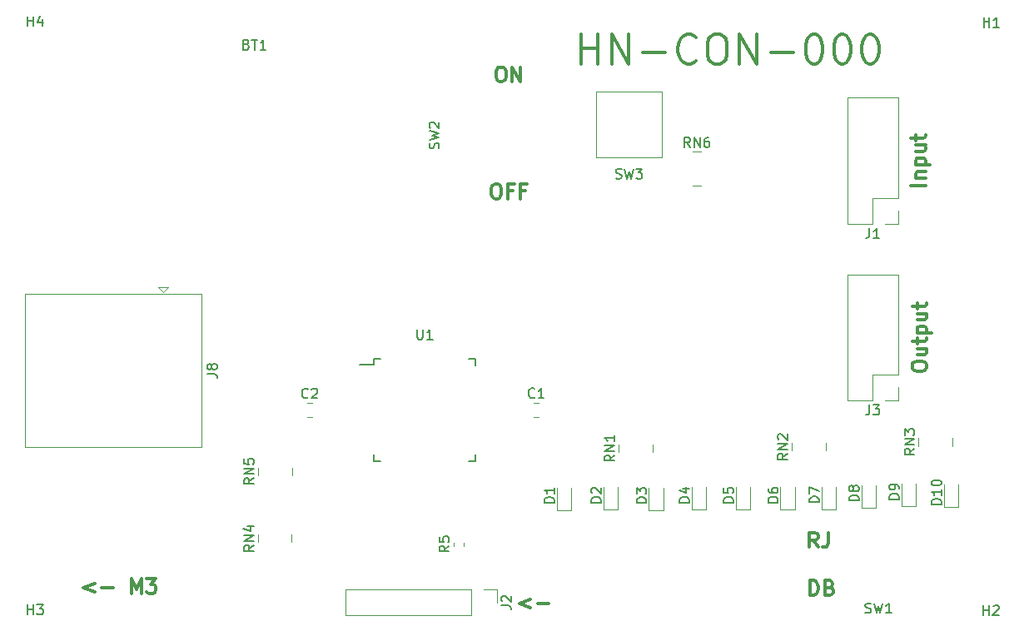
<source format=gbr>
G04 #@! TF.GenerationSoftware,KiCad,Pcbnew,(5.1.5)-3*
G04 #@! TF.CreationDate,2020-07-03T21:50:41-07:00*
G04 #@! TF.ProjectId,pic18f_DB_Ethernet,70696331-3866-45f4-9442-5f4574686572,rev?*
G04 #@! TF.SameCoordinates,Original*
G04 #@! TF.FileFunction,Legend,Top*
G04 #@! TF.FilePolarity,Positive*
%FSLAX46Y46*%
G04 Gerber Fmt 4.6, Leading zero omitted, Abs format (unit mm)*
G04 Created by KiCad (PCBNEW (5.1.5)-3) date 2020-07-03 21:50:41*
%MOMM*%
%LPD*%
G04 APERTURE LIST*
%ADD10C,0.300000*%
%ADD11C,0.120000*%
%ADD12C,0.150000*%
G04 APERTURE END LIST*
D10*
X107418571Y-143417171D02*
X106275714Y-143845742D01*
X107418571Y-144274314D01*
X108132857Y-143845742D02*
X109275714Y-143845742D01*
X111132857Y-144417171D02*
X111132857Y-142917171D01*
X111632857Y-143988600D01*
X112132857Y-142917171D01*
X112132857Y-144417171D01*
X112704285Y-142917171D02*
X113632857Y-142917171D01*
X113132857Y-143488600D01*
X113347142Y-143488600D01*
X113490000Y-143560028D01*
X113561428Y-143631457D01*
X113632857Y-143774314D01*
X113632857Y-144131457D01*
X113561428Y-144274314D01*
X113490000Y-144345742D01*
X113347142Y-144417171D01*
X112918571Y-144417171D01*
X112775714Y-144345742D01*
X112704285Y-144274314D01*
X191889771Y-102921285D02*
X190389771Y-102921285D01*
X190889771Y-102207000D02*
X191889771Y-102207000D01*
X191032628Y-102207000D02*
X190961200Y-102135571D01*
X190889771Y-101992714D01*
X190889771Y-101778428D01*
X190961200Y-101635571D01*
X191104057Y-101564142D01*
X191889771Y-101564142D01*
X190889771Y-100849857D02*
X192389771Y-100849857D01*
X190961200Y-100849857D02*
X190889771Y-100707000D01*
X190889771Y-100421285D01*
X190961200Y-100278428D01*
X191032628Y-100207000D01*
X191175485Y-100135571D01*
X191604057Y-100135571D01*
X191746914Y-100207000D01*
X191818342Y-100278428D01*
X191889771Y-100421285D01*
X191889771Y-100707000D01*
X191818342Y-100849857D01*
X190889771Y-98849857D02*
X191889771Y-98849857D01*
X190889771Y-99492714D02*
X191675485Y-99492714D01*
X191818342Y-99421285D01*
X191889771Y-99278428D01*
X191889771Y-99064142D01*
X191818342Y-98921285D01*
X191746914Y-98849857D01*
X190889771Y-98349857D02*
X190889771Y-97778428D01*
X190389771Y-98135571D02*
X191675485Y-98135571D01*
X191818342Y-98064142D01*
X191889771Y-97921285D01*
X191889771Y-97778428D01*
X190542171Y-121463214D02*
X190542171Y-121177500D01*
X190613600Y-121034642D01*
X190756457Y-120891785D01*
X191042171Y-120820357D01*
X191542171Y-120820357D01*
X191827885Y-120891785D01*
X191970742Y-121034642D01*
X192042171Y-121177500D01*
X192042171Y-121463214D01*
X191970742Y-121606071D01*
X191827885Y-121748928D01*
X191542171Y-121820357D01*
X191042171Y-121820357D01*
X190756457Y-121748928D01*
X190613600Y-121606071D01*
X190542171Y-121463214D01*
X191042171Y-119534642D02*
X192042171Y-119534642D01*
X191042171Y-120177500D02*
X191827885Y-120177500D01*
X191970742Y-120106071D01*
X192042171Y-119963214D01*
X192042171Y-119748928D01*
X191970742Y-119606071D01*
X191899314Y-119534642D01*
X191042171Y-119034642D02*
X191042171Y-118463214D01*
X190542171Y-118820357D02*
X191827885Y-118820357D01*
X191970742Y-118748928D01*
X192042171Y-118606071D01*
X192042171Y-118463214D01*
X191042171Y-117963214D02*
X192542171Y-117963214D01*
X191113600Y-117963214D02*
X191042171Y-117820357D01*
X191042171Y-117534642D01*
X191113600Y-117391785D01*
X191185028Y-117320357D01*
X191327885Y-117248928D01*
X191756457Y-117248928D01*
X191899314Y-117320357D01*
X191970742Y-117391785D01*
X192042171Y-117534642D01*
X192042171Y-117820357D01*
X191970742Y-117963214D01*
X191042171Y-115963214D02*
X192042171Y-115963214D01*
X191042171Y-116606071D02*
X191827885Y-116606071D01*
X191970742Y-116534642D01*
X192042171Y-116391785D01*
X192042171Y-116177500D01*
X191970742Y-116034642D01*
X191899314Y-115963214D01*
X191042171Y-115463214D02*
X191042171Y-114891785D01*
X190542171Y-115248928D02*
X191827885Y-115248928D01*
X191970742Y-115177500D01*
X192042171Y-115034642D01*
X192042171Y-114891785D01*
X148126628Y-102785171D02*
X148412342Y-102785171D01*
X148555200Y-102856600D01*
X148698057Y-102999457D01*
X148769485Y-103285171D01*
X148769485Y-103785171D01*
X148698057Y-104070885D01*
X148555200Y-104213742D01*
X148412342Y-104285171D01*
X148126628Y-104285171D01*
X147983771Y-104213742D01*
X147840914Y-104070885D01*
X147769485Y-103785171D01*
X147769485Y-103285171D01*
X147840914Y-102999457D01*
X147983771Y-102856600D01*
X148126628Y-102785171D01*
X149912342Y-103499457D02*
X149412342Y-103499457D01*
X149412342Y-104285171D02*
X149412342Y-102785171D01*
X150126628Y-102785171D01*
X151198057Y-103499457D02*
X150698057Y-103499457D01*
X150698057Y-104285171D02*
X150698057Y-102785171D01*
X151412342Y-102785171D01*
X148575828Y-90897971D02*
X148861542Y-90897971D01*
X149004400Y-90969400D01*
X149147257Y-91112257D01*
X149218685Y-91397971D01*
X149218685Y-91897971D01*
X149147257Y-92183685D01*
X149004400Y-92326542D01*
X148861542Y-92397971D01*
X148575828Y-92397971D01*
X148432971Y-92326542D01*
X148290114Y-92183685D01*
X148218685Y-91897971D01*
X148218685Y-91397971D01*
X148290114Y-91112257D01*
X148432971Y-90969400D01*
X148575828Y-90897971D01*
X149861542Y-92397971D02*
X149861542Y-90897971D01*
X150718685Y-92397971D01*
X150718685Y-90897971D01*
X180162342Y-144620371D02*
X180162342Y-143120371D01*
X180519485Y-143120371D01*
X180733771Y-143191800D01*
X180876628Y-143334657D01*
X180948057Y-143477514D01*
X181019485Y-143763228D01*
X181019485Y-143977514D01*
X180948057Y-144263228D01*
X180876628Y-144406085D01*
X180733771Y-144548942D01*
X180519485Y-144620371D01*
X180162342Y-144620371D01*
X182162342Y-143834657D02*
X182376628Y-143906085D01*
X182448057Y-143977514D01*
X182519485Y-144120371D01*
X182519485Y-144334657D01*
X182448057Y-144477514D01*
X182376628Y-144548942D01*
X182233771Y-144620371D01*
X181662342Y-144620371D01*
X181662342Y-143120371D01*
X182162342Y-143120371D01*
X182305200Y-143191800D01*
X182376628Y-143263228D01*
X182448057Y-143406085D01*
X182448057Y-143548942D01*
X182376628Y-143691800D01*
X182305200Y-143763228D01*
X182162342Y-143834657D01*
X181662342Y-143834657D01*
X180969457Y-139743571D02*
X180469457Y-139029285D01*
X180112314Y-139743571D02*
X180112314Y-138243571D01*
X180683742Y-138243571D01*
X180826600Y-138315000D01*
X180898028Y-138386428D01*
X180969457Y-138529285D01*
X180969457Y-138743571D01*
X180898028Y-138886428D01*
X180826600Y-138957857D01*
X180683742Y-139029285D01*
X180112314Y-139029285D01*
X182040885Y-138243571D02*
X182040885Y-139315000D01*
X181969457Y-139529285D01*
X181826600Y-139672142D01*
X181612314Y-139743571D01*
X181469457Y-139743571D01*
X151738057Y-145068171D02*
X150595200Y-145496742D01*
X151738057Y-145925314D01*
X152452342Y-145496742D02*
X153595200Y-145496742D01*
X156861171Y-90587342D02*
X156861171Y-87587342D01*
X156861171Y-89015914D02*
X158575457Y-89015914D01*
X158575457Y-90587342D02*
X158575457Y-87587342D01*
X160004028Y-90587342D02*
X160004028Y-87587342D01*
X161718314Y-90587342D01*
X161718314Y-87587342D01*
X163146885Y-89444485D02*
X165432600Y-89444485D01*
X168575457Y-90301628D02*
X168432600Y-90444485D01*
X168004028Y-90587342D01*
X167718314Y-90587342D01*
X167289742Y-90444485D01*
X167004028Y-90158771D01*
X166861171Y-89873057D01*
X166718314Y-89301628D01*
X166718314Y-88873057D01*
X166861171Y-88301628D01*
X167004028Y-88015914D01*
X167289742Y-87730200D01*
X167718314Y-87587342D01*
X168004028Y-87587342D01*
X168432600Y-87730200D01*
X168575457Y-87873057D01*
X170432600Y-87587342D02*
X171004028Y-87587342D01*
X171289742Y-87730200D01*
X171575457Y-88015914D01*
X171718314Y-88587342D01*
X171718314Y-89587342D01*
X171575457Y-90158771D01*
X171289742Y-90444485D01*
X171004028Y-90587342D01*
X170432600Y-90587342D01*
X170146885Y-90444485D01*
X169861171Y-90158771D01*
X169718314Y-89587342D01*
X169718314Y-88587342D01*
X169861171Y-88015914D01*
X170146885Y-87730200D01*
X170432600Y-87587342D01*
X173004028Y-90587342D02*
X173004028Y-87587342D01*
X174718314Y-90587342D01*
X174718314Y-87587342D01*
X176146885Y-89444485D02*
X178432600Y-89444485D01*
X180432600Y-87587342D02*
X180718314Y-87587342D01*
X181004028Y-87730200D01*
X181146885Y-87873057D01*
X181289742Y-88158771D01*
X181432600Y-88730200D01*
X181432600Y-89444485D01*
X181289742Y-90015914D01*
X181146885Y-90301628D01*
X181004028Y-90444485D01*
X180718314Y-90587342D01*
X180432600Y-90587342D01*
X180146885Y-90444485D01*
X180004028Y-90301628D01*
X179861171Y-90015914D01*
X179718314Y-89444485D01*
X179718314Y-88730200D01*
X179861171Y-88158771D01*
X180004028Y-87873057D01*
X180146885Y-87730200D01*
X180432600Y-87587342D01*
X183289742Y-87587342D02*
X183575457Y-87587342D01*
X183861171Y-87730200D01*
X184004028Y-87873057D01*
X184146885Y-88158771D01*
X184289742Y-88730200D01*
X184289742Y-89444485D01*
X184146885Y-90015914D01*
X184004028Y-90301628D01*
X183861171Y-90444485D01*
X183575457Y-90587342D01*
X183289742Y-90587342D01*
X183004028Y-90444485D01*
X182861171Y-90301628D01*
X182718314Y-90015914D01*
X182575457Y-89444485D01*
X182575457Y-88730200D01*
X182718314Y-88158771D01*
X182861171Y-87873057D01*
X183004028Y-87730200D01*
X183289742Y-87587342D01*
X186146885Y-87587342D02*
X186432600Y-87587342D01*
X186718314Y-87730200D01*
X186861171Y-87873057D01*
X187004028Y-88158771D01*
X187146885Y-88730200D01*
X187146885Y-89444485D01*
X187004028Y-90015914D01*
X186861171Y-90301628D01*
X186718314Y-90444485D01*
X186432600Y-90587342D01*
X186146885Y-90587342D01*
X185861171Y-90444485D01*
X185718314Y-90301628D01*
X185575457Y-90015914D01*
X185432600Y-89444485D01*
X185432600Y-88730200D01*
X185575457Y-88158771D01*
X185718314Y-87873057D01*
X185861171Y-87730200D01*
X186146885Y-87587342D01*
D11*
X152062922Y-125045400D02*
X152580078Y-125045400D01*
X152062922Y-126465400D02*
X152580078Y-126465400D01*
X129004322Y-126490800D02*
X129521478Y-126490800D01*
X129004322Y-125070800D02*
X129521478Y-125070800D01*
X155852800Y-135952600D02*
X155852800Y-133667600D01*
X154382800Y-135952600D02*
X155852800Y-135952600D01*
X154382800Y-133667600D02*
X154382800Y-135952600D01*
X159158000Y-133642100D02*
X159158000Y-135927100D01*
X159158000Y-135927100D02*
X160628000Y-135927100D01*
X160628000Y-135927100D02*
X160628000Y-133642100D01*
X165225400Y-135978000D02*
X165225400Y-133693000D01*
X163755400Y-135978000D02*
X165225400Y-135978000D01*
X163755400Y-133693000D02*
X163755400Y-135978000D01*
X168124200Y-133642200D02*
X168124200Y-135927200D01*
X168124200Y-135927200D02*
X169594200Y-135927200D01*
X169594200Y-135927200D02*
X169594200Y-133642200D01*
X174090000Y-135927100D02*
X174090000Y-133642100D01*
X172620000Y-135927100D02*
X174090000Y-135927100D01*
X172620000Y-133642100D02*
X172620000Y-135927100D01*
X178611200Y-135927300D02*
X178611200Y-133642300D01*
X177141200Y-135927300D02*
X178611200Y-135927300D01*
X177141200Y-133642300D02*
X177141200Y-135927300D01*
X181332200Y-133616800D02*
X181332200Y-135901800D01*
X181332200Y-135901800D02*
X182802200Y-135901800D01*
X182802200Y-135901800D02*
X182802200Y-133616800D01*
X185370800Y-133464300D02*
X185370800Y-135749300D01*
X185370800Y-135749300D02*
X186840800Y-135749300D01*
X186840800Y-135749300D02*
X186840800Y-133464300D01*
X190930200Y-135596900D02*
X190930200Y-133311900D01*
X189460200Y-135596900D02*
X190930200Y-135596900D01*
X189460200Y-133311900D02*
X189460200Y-135596900D01*
X193752800Y-133362700D02*
X193752800Y-135647700D01*
X193752800Y-135647700D02*
X195222800Y-135647700D01*
X195222800Y-135647700D02*
X195222800Y-133362700D01*
X189137600Y-106841600D02*
X187807600Y-106841600D01*
X189137600Y-105511600D02*
X189137600Y-106841600D01*
X186537600Y-106841600D02*
X183937600Y-106841600D01*
X186537600Y-104241600D02*
X186537600Y-106841600D01*
X189137600Y-104241600D02*
X186537600Y-104241600D01*
X183937600Y-106841600D02*
X183937600Y-94021600D01*
X189137600Y-104241600D02*
X189137600Y-94021600D01*
X189137600Y-94021600D02*
X183937600Y-94021600D01*
X132934400Y-144008800D02*
X132934400Y-146668800D01*
X145694400Y-144008800D02*
X132934400Y-144008800D01*
X145694400Y-146668800D02*
X132934400Y-146668800D01*
X145694400Y-144008800D02*
X145694400Y-146668800D01*
X146964400Y-144008800D02*
X148294400Y-144008800D01*
X148294400Y-144008800D02*
X148294400Y-145338800D01*
X189137600Y-111992100D02*
X183937600Y-111992100D01*
X189137600Y-122212100D02*
X189137600Y-111992100D01*
X183937600Y-124812100D02*
X183937600Y-111992100D01*
X189137600Y-122212100D02*
X186537600Y-122212100D01*
X186537600Y-122212100D02*
X186537600Y-124812100D01*
X186537600Y-124812100D02*
X183937600Y-124812100D01*
X189137600Y-123482100D02*
X189137600Y-124812100D01*
X189137600Y-124812100D02*
X187807600Y-124812100D01*
X143914400Y-139583279D02*
X143914400Y-139257721D01*
X144934400Y-139583279D02*
X144934400Y-139257721D01*
X160713000Y-129267000D02*
X160713000Y-130067000D01*
X164153000Y-129267000D02*
X164153000Y-130067000D01*
X181736200Y-129126400D02*
X181736200Y-129926400D01*
X178296200Y-129126400D02*
X178296200Y-129926400D01*
X194639200Y-128620200D02*
X194639200Y-129420200D01*
X191199200Y-128620200D02*
X191199200Y-129420200D01*
D12*
X135795000Y-120605800D02*
X135795000Y-121205800D01*
X146145000Y-120605800D02*
X146145000Y-121275800D01*
X146145000Y-130955800D02*
X146145000Y-130285800D01*
X135795000Y-130955800D02*
X135795000Y-130285800D01*
X135795000Y-120605800D02*
X136465000Y-120605800D01*
X135795000Y-130955800D02*
X136465000Y-130955800D01*
X146145000Y-130955800D02*
X145475000Y-130955800D01*
X146145000Y-120605800D02*
X145475000Y-120605800D01*
X135795000Y-121205800D02*
X134320000Y-121205800D01*
D11*
X113901600Y-113322600D02*
X114401600Y-113822600D01*
X114901600Y-113322600D02*
X113901600Y-113322600D01*
X114401600Y-113822600D02*
X114901600Y-113322600D01*
X100321600Y-114007600D02*
X100321600Y-129527600D01*
X118281600Y-129527600D02*
X100321600Y-129527600D01*
X118281600Y-129527600D02*
X118281600Y-114007600D01*
X118281600Y-114007600D02*
X100321600Y-114007600D01*
X127456500Y-138437300D02*
X127456500Y-139237300D01*
X124016500Y-138437300D02*
X124016500Y-139237300D01*
X124028900Y-131630100D02*
X124028900Y-132430100D01*
X127468900Y-131630100D02*
X127468900Y-132430100D01*
X169044200Y-102932600D02*
X168244200Y-102932600D01*
X169044200Y-99492600D02*
X168244200Y-99492600D01*
X165097200Y-96723200D02*
X165097200Y-100073200D01*
X165097200Y-100073200D02*
X158397200Y-100073200D01*
X158397200Y-100073200D02*
X158397200Y-93373200D01*
X158397200Y-93373200D02*
X165097200Y-93373200D01*
X165097200Y-93373200D02*
X165097200Y-96723200D01*
D12*
X152154833Y-124462542D02*
X152107214Y-124510161D01*
X151964357Y-124557780D01*
X151869119Y-124557780D01*
X151726261Y-124510161D01*
X151631023Y-124414923D01*
X151583404Y-124319685D01*
X151535785Y-124129209D01*
X151535785Y-123986352D01*
X151583404Y-123795876D01*
X151631023Y-123700638D01*
X151726261Y-123605400D01*
X151869119Y-123557780D01*
X151964357Y-123557780D01*
X152107214Y-123605400D01*
X152154833Y-123653019D01*
X153107214Y-124557780D02*
X152535785Y-124557780D01*
X152821500Y-124557780D02*
X152821500Y-123557780D01*
X152726261Y-123700638D01*
X152631023Y-123795876D01*
X152535785Y-123843495D01*
X129096233Y-124487942D02*
X129048614Y-124535561D01*
X128905757Y-124583180D01*
X128810519Y-124583180D01*
X128667661Y-124535561D01*
X128572423Y-124440323D01*
X128524804Y-124345085D01*
X128477185Y-124154609D01*
X128477185Y-124011752D01*
X128524804Y-123821276D01*
X128572423Y-123726038D01*
X128667661Y-123630800D01*
X128810519Y-123583180D01*
X128905757Y-123583180D01*
X129048614Y-123630800D01*
X129096233Y-123678419D01*
X129477185Y-123678419D02*
X129524804Y-123630800D01*
X129620042Y-123583180D01*
X129858138Y-123583180D01*
X129953376Y-123630800D01*
X130000995Y-123678419D01*
X130048614Y-123773657D01*
X130048614Y-123868895D01*
X130000995Y-124011752D01*
X129429566Y-124583180D01*
X130048614Y-124583180D01*
X154140180Y-135205695D02*
X153140180Y-135205695D01*
X153140180Y-134967600D01*
X153187800Y-134824742D01*
X153283038Y-134729504D01*
X153378276Y-134681885D01*
X153568752Y-134634266D01*
X153711609Y-134634266D01*
X153902085Y-134681885D01*
X153997323Y-134729504D01*
X154092561Y-134824742D01*
X154140180Y-134967600D01*
X154140180Y-135205695D01*
X154140180Y-133681885D02*
X154140180Y-134253314D01*
X154140180Y-133967600D02*
X153140180Y-133967600D01*
X153283038Y-134062838D01*
X153378276Y-134158076D01*
X153425895Y-134253314D01*
X158915380Y-135180195D02*
X157915380Y-135180195D01*
X157915380Y-134942100D01*
X157963000Y-134799242D01*
X158058238Y-134704004D01*
X158153476Y-134656385D01*
X158343952Y-134608766D01*
X158486809Y-134608766D01*
X158677285Y-134656385D01*
X158772523Y-134704004D01*
X158867761Y-134799242D01*
X158915380Y-134942100D01*
X158915380Y-135180195D01*
X158010619Y-134227814D02*
X157963000Y-134180195D01*
X157915380Y-134084957D01*
X157915380Y-133846861D01*
X157963000Y-133751623D01*
X158010619Y-133704004D01*
X158105857Y-133656385D01*
X158201095Y-133656385D01*
X158343952Y-133704004D01*
X158915380Y-134275433D01*
X158915380Y-133656385D01*
X163512780Y-135231095D02*
X162512780Y-135231095D01*
X162512780Y-134993000D01*
X162560400Y-134850142D01*
X162655638Y-134754904D01*
X162750876Y-134707285D01*
X162941352Y-134659666D01*
X163084209Y-134659666D01*
X163274685Y-134707285D01*
X163369923Y-134754904D01*
X163465161Y-134850142D01*
X163512780Y-134993000D01*
X163512780Y-135231095D01*
X162512780Y-134326333D02*
X162512780Y-133707285D01*
X162893733Y-134040619D01*
X162893733Y-133897761D01*
X162941352Y-133802523D01*
X162988971Y-133754904D01*
X163084209Y-133707285D01*
X163322304Y-133707285D01*
X163417542Y-133754904D01*
X163465161Y-133802523D01*
X163512780Y-133897761D01*
X163512780Y-134183476D01*
X163465161Y-134278714D01*
X163417542Y-134326333D01*
X167881580Y-135180295D02*
X166881580Y-135180295D01*
X166881580Y-134942200D01*
X166929200Y-134799342D01*
X167024438Y-134704104D01*
X167119676Y-134656485D01*
X167310152Y-134608866D01*
X167453009Y-134608866D01*
X167643485Y-134656485D01*
X167738723Y-134704104D01*
X167833961Y-134799342D01*
X167881580Y-134942200D01*
X167881580Y-135180295D01*
X167214914Y-133751723D02*
X167881580Y-133751723D01*
X166833961Y-133989819D02*
X167548247Y-134227914D01*
X167548247Y-133608866D01*
X172377380Y-135180195D02*
X171377380Y-135180195D01*
X171377380Y-134942100D01*
X171425000Y-134799242D01*
X171520238Y-134704004D01*
X171615476Y-134656385D01*
X171805952Y-134608766D01*
X171948809Y-134608766D01*
X172139285Y-134656385D01*
X172234523Y-134704004D01*
X172329761Y-134799242D01*
X172377380Y-134942100D01*
X172377380Y-135180195D01*
X171377380Y-133704004D02*
X171377380Y-134180195D01*
X171853571Y-134227814D01*
X171805952Y-134180195D01*
X171758333Y-134084957D01*
X171758333Y-133846861D01*
X171805952Y-133751623D01*
X171853571Y-133704004D01*
X171948809Y-133656385D01*
X172186904Y-133656385D01*
X172282142Y-133704004D01*
X172329761Y-133751623D01*
X172377380Y-133846861D01*
X172377380Y-134084957D01*
X172329761Y-134180195D01*
X172282142Y-134227814D01*
X176898580Y-135180395D02*
X175898580Y-135180395D01*
X175898580Y-134942300D01*
X175946200Y-134799442D01*
X176041438Y-134704204D01*
X176136676Y-134656585D01*
X176327152Y-134608966D01*
X176470009Y-134608966D01*
X176660485Y-134656585D01*
X176755723Y-134704204D01*
X176850961Y-134799442D01*
X176898580Y-134942300D01*
X176898580Y-135180395D01*
X175898580Y-133751823D02*
X175898580Y-133942300D01*
X175946200Y-134037538D01*
X175993819Y-134085157D01*
X176136676Y-134180395D01*
X176327152Y-134228014D01*
X176708104Y-134228014D01*
X176803342Y-134180395D01*
X176850961Y-134132776D01*
X176898580Y-134037538D01*
X176898580Y-133847061D01*
X176850961Y-133751823D01*
X176803342Y-133704204D01*
X176708104Y-133656585D01*
X176470009Y-133656585D01*
X176374771Y-133704204D01*
X176327152Y-133751823D01*
X176279533Y-133847061D01*
X176279533Y-134037538D01*
X176327152Y-134132776D01*
X176374771Y-134180395D01*
X176470009Y-134228014D01*
X181089580Y-135154895D02*
X180089580Y-135154895D01*
X180089580Y-134916800D01*
X180137200Y-134773942D01*
X180232438Y-134678704D01*
X180327676Y-134631085D01*
X180518152Y-134583466D01*
X180661009Y-134583466D01*
X180851485Y-134631085D01*
X180946723Y-134678704D01*
X181041961Y-134773942D01*
X181089580Y-134916800D01*
X181089580Y-135154895D01*
X180089580Y-134250133D02*
X180089580Y-133583466D01*
X181089580Y-134012038D01*
X185128180Y-135002395D02*
X184128180Y-135002395D01*
X184128180Y-134764300D01*
X184175800Y-134621442D01*
X184271038Y-134526204D01*
X184366276Y-134478585D01*
X184556752Y-134430966D01*
X184699609Y-134430966D01*
X184890085Y-134478585D01*
X184985323Y-134526204D01*
X185080561Y-134621442D01*
X185128180Y-134764300D01*
X185128180Y-135002395D01*
X184556752Y-133859538D02*
X184509133Y-133954776D01*
X184461514Y-134002395D01*
X184366276Y-134050014D01*
X184318657Y-134050014D01*
X184223419Y-134002395D01*
X184175800Y-133954776D01*
X184128180Y-133859538D01*
X184128180Y-133669061D01*
X184175800Y-133573823D01*
X184223419Y-133526204D01*
X184318657Y-133478585D01*
X184366276Y-133478585D01*
X184461514Y-133526204D01*
X184509133Y-133573823D01*
X184556752Y-133669061D01*
X184556752Y-133859538D01*
X184604371Y-133954776D01*
X184651990Y-134002395D01*
X184747228Y-134050014D01*
X184937704Y-134050014D01*
X185032942Y-134002395D01*
X185080561Y-133954776D01*
X185128180Y-133859538D01*
X185128180Y-133669061D01*
X185080561Y-133573823D01*
X185032942Y-133526204D01*
X184937704Y-133478585D01*
X184747228Y-133478585D01*
X184651990Y-133526204D01*
X184604371Y-133573823D01*
X184556752Y-133669061D01*
X189217580Y-134849995D02*
X188217580Y-134849995D01*
X188217580Y-134611900D01*
X188265200Y-134469042D01*
X188360438Y-134373804D01*
X188455676Y-134326185D01*
X188646152Y-134278566D01*
X188789009Y-134278566D01*
X188979485Y-134326185D01*
X189074723Y-134373804D01*
X189169961Y-134469042D01*
X189217580Y-134611900D01*
X189217580Y-134849995D01*
X189217580Y-133802376D02*
X189217580Y-133611900D01*
X189169961Y-133516661D01*
X189122342Y-133469042D01*
X188979485Y-133373804D01*
X188789009Y-133326185D01*
X188408057Y-133326185D01*
X188312819Y-133373804D01*
X188265200Y-133421423D01*
X188217580Y-133516661D01*
X188217580Y-133707138D01*
X188265200Y-133802376D01*
X188312819Y-133849995D01*
X188408057Y-133897614D01*
X188646152Y-133897614D01*
X188741390Y-133849995D01*
X188789009Y-133802376D01*
X188836628Y-133707138D01*
X188836628Y-133516661D01*
X188789009Y-133421423D01*
X188741390Y-133373804D01*
X188646152Y-133326185D01*
X193510180Y-135376985D02*
X192510180Y-135376985D01*
X192510180Y-135138890D01*
X192557800Y-134996033D01*
X192653038Y-134900795D01*
X192748276Y-134853176D01*
X192938752Y-134805557D01*
X193081609Y-134805557D01*
X193272085Y-134853176D01*
X193367323Y-134900795D01*
X193462561Y-134996033D01*
X193510180Y-135138890D01*
X193510180Y-135376985D01*
X193510180Y-133853176D02*
X193510180Y-134424604D01*
X193510180Y-134138890D02*
X192510180Y-134138890D01*
X192653038Y-134234128D01*
X192748276Y-134329366D01*
X192795895Y-134424604D01*
X192510180Y-133234128D02*
X192510180Y-133138890D01*
X192557800Y-133043652D01*
X192605419Y-132996033D01*
X192700657Y-132948414D01*
X192891133Y-132900795D01*
X193129228Y-132900795D01*
X193319704Y-132948414D01*
X193414942Y-132996033D01*
X193462561Y-133043652D01*
X193510180Y-133138890D01*
X193510180Y-133234128D01*
X193462561Y-133329366D01*
X193414942Y-133376985D01*
X193319704Y-133424604D01*
X193129228Y-133472223D01*
X192891133Y-133472223D01*
X192700657Y-133424604D01*
X192605419Y-133376985D01*
X192557800Y-133329366D01*
X192510180Y-133234128D01*
X186204266Y-107293980D02*
X186204266Y-108008266D01*
X186156647Y-108151123D01*
X186061409Y-108246361D01*
X185918552Y-108293980D01*
X185823314Y-108293980D01*
X187204266Y-108293980D02*
X186632838Y-108293980D01*
X186918552Y-108293980D02*
X186918552Y-107293980D01*
X186823314Y-107436838D01*
X186728076Y-107532076D01*
X186632838Y-107579695D01*
X148746780Y-145672133D02*
X149461066Y-145672133D01*
X149603923Y-145719752D01*
X149699161Y-145814990D01*
X149746780Y-145957847D01*
X149746780Y-146053085D01*
X148842019Y-145243561D02*
X148794400Y-145195942D01*
X148746780Y-145100704D01*
X148746780Y-144862609D01*
X148794400Y-144767371D01*
X148842019Y-144719752D01*
X148937257Y-144672133D01*
X149032495Y-144672133D01*
X149175352Y-144719752D01*
X149746780Y-145291180D01*
X149746780Y-144672133D01*
X186204266Y-125264480D02*
X186204266Y-125978766D01*
X186156647Y-126121623D01*
X186061409Y-126216861D01*
X185918552Y-126264480D01*
X185823314Y-126264480D01*
X186585219Y-125264480D02*
X187204266Y-125264480D01*
X186870933Y-125645433D01*
X187013790Y-125645433D01*
X187109028Y-125693052D01*
X187156647Y-125740671D01*
X187204266Y-125835909D01*
X187204266Y-126074004D01*
X187156647Y-126169242D01*
X187109028Y-126216861D01*
X187013790Y-126264480D01*
X186728076Y-126264480D01*
X186632838Y-126216861D01*
X186585219Y-126169242D01*
X143446780Y-139587166D02*
X142970590Y-139920500D01*
X143446780Y-140158595D02*
X142446780Y-140158595D01*
X142446780Y-139777642D01*
X142494400Y-139682404D01*
X142542019Y-139634785D01*
X142637257Y-139587166D01*
X142780114Y-139587166D01*
X142875352Y-139634785D01*
X142922971Y-139682404D01*
X142970590Y-139777642D01*
X142970590Y-140158595D01*
X142446780Y-138682404D02*
X142446780Y-139158595D01*
X142922971Y-139206214D01*
X142875352Y-139158595D01*
X142827733Y-139063357D01*
X142827733Y-138825261D01*
X142875352Y-138730023D01*
X142922971Y-138682404D01*
X143018209Y-138634785D01*
X143256304Y-138634785D01*
X143351542Y-138682404D01*
X143399161Y-138730023D01*
X143446780Y-138825261D01*
X143446780Y-139063357D01*
X143399161Y-139158595D01*
X143351542Y-139206214D01*
X160285380Y-130357476D02*
X159809190Y-130690809D01*
X160285380Y-130928904D02*
X159285380Y-130928904D01*
X159285380Y-130547952D01*
X159333000Y-130452714D01*
X159380619Y-130405095D01*
X159475857Y-130357476D01*
X159618714Y-130357476D01*
X159713952Y-130405095D01*
X159761571Y-130452714D01*
X159809190Y-130547952D01*
X159809190Y-130928904D01*
X160285380Y-129928904D02*
X159285380Y-129928904D01*
X160285380Y-129357476D01*
X159285380Y-129357476D01*
X160285380Y-128357476D02*
X160285380Y-128928904D01*
X160285380Y-128643190D02*
X159285380Y-128643190D01*
X159428238Y-128738428D01*
X159523476Y-128833666D01*
X159571095Y-128928904D01*
X177868580Y-130216876D02*
X177392390Y-130550209D01*
X177868580Y-130788304D02*
X176868580Y-130788304D01*
X176868580Y-130407352D01*
X176916200Y-130312114D01*
X176963819Y-130264495D01*
X177059057Y-130216876D01*
X177201914Y-130216876D01*
X177297152Y-130264495D01*
X177344771Y-130312114D01*
X177392390Y-130407352D01*
X177392390Y-130788304D01*
X177868580Y-129788304D02*
X176868580Y-129788304D01*
X177868580Y-129216876D01*
X176868580Y-129216876D01*
X176963819Y-128788304D02*
X176916200Y-128740685D01*
X176868580Y-128645447D01*
X176868580Y-128407352D01*
X176916200Y-128312114D01*
X176963819Y-128264495D01*
X177059057Y-128216876D01*
X177154295Y-128216876D01*
X177297152Y-128264495D01*
X177868580Y-128835923D01*
X177868580Y-128216876D01*
X190771580Y-129710676D02*
X190295390Y-130044009D01*
X190771580Y-130282104D02*
X189771580Y-130282104D01*
X189771580Y-129901152D01*
X189819200Y-129805914D01*
X189866819Y-129758295D01*
X189962057Y-129710676D01*
X190104914Y-129710676D01*
X190200152Y-129758295D01*
X190247771Y-129805914D01*
X190295390Y-129901152D01*
X190295390Y-130282104D01*
X190771580Y-129282104D02*
X189771580Y-129282104D01*
X190771580Y-128710676D01*
X189771580Y-128710676D01*
X189771580Y-128329723D02*
X189771580Y-127710676D01*
X190152533Y-128044009D01*
X190152533Y-127901152D01*
X190200152Y-127805914D01*
X190247771Y-127758295D01*
X190343009Y-127710676D01*
X190581104Y-127710676D01*
X190676342Y-127758295D01*
X190723961Y-127805914D01*
X190771580Y-127901152D01*
X190771580Y-128186866D01*
X190723961Y-128282104D01*
X190676342Y-128329723D01*
X140208095Y-117583180D02*
X140208095Y-118392704D01*
X140255714Y-118487942D01*
X140303333Y-118535561D01*
X140398571Y-118583180D01*
X140589047Y-118583180D01*
X140684285Y-118535561D01*
X140731904Y-118487942D01*
X140779523Y-118392704D01*
X140779523Y-117583180D01*
X141779523Y-118583180D02*
X141208095Y-118583180D01*
X141493809Y-118583180D02*
X141493809Y-117583180D01*
X141398571Y-117726038D01*
X141303333Y-117821276D01*
X141208095Y-117868895D01*
X122861485Y-88599971D02*
X123004342Y-88647590D01*
X123051961Y-88695209D01*
X123099580Y-88790447D01*
X123099580Y-88933304D01*
X123051961Y-89028542D01*
X123004342Y-89076161D01*
X122909104Y-89123780D01*
X122528152Y-89123780D01*
X122528152Y-88123780D01*
X122861485Y-88123780D01*
X122956723Y-88171400D01*
X123004342Y-88219019D01*
X123051961Y-88314257D01*
X123051961Y-88409495D01*
X123004342Y-88504733D01*
X122956723Y-88552352D01*
X122861485Y-88599971D01*
X122528152Y-88599971D01*
X123385295Y-88123780D02*
X123956723Y-88123780D01*
X123671009Y-89123780D02*
X123671009Y-88123780D01*
X124813866Y-89123780D02*
X124242438Y-89123780D01*
X124528152Y-89123780D02*
X124528152Y-88123780D01*
X124432914Y-88266638D01*
X124337676Y-88361876D01*
X124242438Y-88409495D01*
X185788466Y-146378561D02*
X185931323Y-146426180D01*
X186169419Y-146426180D01*
X186264657Y-146378561D01*
X186312276Y-146330942D01*
X186359895Y-146235704D01*
X186359895Y-146140466D01*
X186312276Y-146045228D01*
X186264657Y-145997609D01*
X186169419Y-145949990D01*
X185978942Y-145902371D01*
X185883704Y-145854752D01*
X185836085Y-145807133D01*
X185788466Y-145711895D01*
X185788466Y-145616657D01*
X185836085Y-145521419D01*
X185883704Y-145473800D01*
X185978942Y-145426180D01*
X186217038Y-145426180D01*
X186359895Y-145473800D01*
X186693228Y-145426180D02*
X186931323Y-146426180D01*
X187121800Y-145711895D01*
X187312276Y-146426180D01*
X187550371Y-145426180D01*
X188455133Y-146426180D02*
X187883704Y-146426180D01*
X188169419Y-146426180D02*
X188169419Y-145426180D01*
X188074180Y-145569038D01*
X187978942Y-145664276D01*
X187883704Y-145711895D01*
X142383961Y-99174133D02*
X142431580Y-99031276D01*
X142431580Y-98793180D01*
X142383961Y-98697942D01*
X142336342Y-98650323D01*
X142241104Y-98602704D01*
X142145866Y-98602704D01*
X142050628Y-98650323D01*
X142003009Y-98697942D01*
X141955390Y-98793180D01*
X141907771Y-98983657D01*
X141860152Y-99078895D01*
X141812533Y-99126514D01*
X141717295Y-99174133D01*
X141622057Y-99174133D01*
X141526819Y-99126514D01*
X141479200Y-99078895D01*
X141431580Y-98983657D01*
X141431580Y-98745561D01*
X141479200Y-98602704D01*
X141431580Y-98269371D02*
X142431580Y-98031276D01*
X141717295Y-97840800D01*
X142431580Y-97650323D01*
X141431580Y-97412228D01*
X141526819Y-97078895D02*
X141479200Y-97031276D01*
X141431580Y-96936038D01*
X141431580Y-96697942D01*
X141479200Y-96602704D01*
X141526819Y-96555085D01*
X141622057Y-96507466D01*
X141717295Y-96507466D01*
X141860152Y-96555085D01*
X142431580Y-97126514D01*
X142431580Y-96507466D01*
X197815295Y-86837780D02*
X197815295Y-85837780D01*
X197815295Y-86313971D02*
X198386723Y-86313971D01*
X198386723Y-86837780D02*
X198386723Y-85837780D01*
X199386723Y-86837780D02*
X198815295Y-86837780D01*
X199101009Y-86837780D02*
X199101009Y-85837780D01*
X199005771Y-85980638D01*
X198910533Y-86075876D01*
X198815295Y-86123495D01*
X197789895Y-146654780D02*
X197789895Y-145654780D01*
X197789895Y-146130971D02*
X198361323Y-146130971D01*
X198361323Y-146654780D02*
X198361323Y-145654780D01*
X198789895Y-145750019D02*
X198837514Y-145702400D01*
X198932752Y-145654780D01*
X199170847Y-145654780D01*
X199266085Y-145702400D01*
X199313704Y-145750019D01*
X199361323Y-145845257D01*
X199361323Y-145940495D01*
X199313704Y-146083352D01*
X198742276Y-146654780D01*
X199361323Y-146654780D01*
X100584095Y-146578580D02*
X100584095Y-145578580D01*
X100584095Y-146054771D02*
X101155523Y-146054771D01*
X101155523Y-146578580D02*
X101155523Y-145578580D01*
X101536476Y-145578580D02*
X102155523Y-145578580D01*
X101822190Y-145959533D01*
X101965047Y-145959533D01*
X102060285Y-146007152D01*
X102107904Y-146054771D01*
X102155523Y-146150009D01*
X102155523Y-146388104D01*
X102107904Y-146483342D01*
X102060285Y-146530961D01*
X101965047Y-146578580D01*
X101679333Y-146578580D01*
X101584095Y-146530961D01*
X101536476Y-146483342D01*
X100584095Y-86736180D02*
X100584095Y-85736180D01*
X100584095Y-86212371D02*
X101155523Y-86212371D01*
X101155523Y-86736180D02*
X101155523Y-85736180D01*
X102060285Y-86069514D02*
X102060285Y-86736180D01*
X101822190Y-85688561D02*
X101584095Y-86402847D01*
X102203142Y-86402847D01*
X118853980Y-122100933D02*
X119568266Y-122100933D01*
X119711123Y-122148552D01*
X119806361Y-122243790D01*
X119853980Y-122386647D01*
X119853980Y-122481885D01*
X119282552Y-121481885D02*
X119234933Y-121577123D01*
X119187314Y-121624742D01*
X119092076Y-121672361D01*
X119044457Y-121672361D01*
X118949219Y-121624742D01*
X118901600Y-121577123D01*
X118853980Y-121481885D01*
X118853980Y-121291409D01*
X118901600Y-121196171D01*
X118949219Y-121148552D01*
X119044457Y-121100933D01*
X119092076Y-121100933D01*
X119187314Y-121148552D01*
X119234933Y-121196171D01*
X119282552Y-121291409D01*
X119282552Y-121481885D01*
X119330171Y-121577123D01*
X119377790Y-121624742D01*
X119473028Y-121672361D01*
X119663504Y-121672361D01*
X119758742Y-121624742D01*
X119806361Y-121577123D01*
X119853980Y-121481885D01*
X119853980Y-121291409D01*
X119806361Y-121196171D01*
X119758742Y-121148552D01*
X119663504Y-121100933D01*
X119473028Y-121100933D01*
X119377790Y-121148552D01*
X119330171Y-121196171D01*
X119282552Y-121291409D01*
X123588880Y-139527776D02*
X123112690Y-139861109D01*
X123588880Y-140099204D02*
X122588880Y-140099204D01*
X122588880Y-139718252D01*
X122636500Y-139623014D01*
X122684119Y-139575395D01*
X122779357Y-139527776D01*
X122922214Y-139527776D01*
X123017452Y-139575395D01*
X123065071Y-139623014D01*
X123112690Y-139718252D01*
X123112690Y-140099204D01*
X123588880Y-139099204D02*
X122588880Y-139099204D01*
X123588880Y-138527776D01*
X122588880Y-138527776D01*
X122922214Y-137623014D02*
X123588880Y-137623014D01*
X122541261Y-137861109D02*
X123255547Y-138099204D01*
X123255547Y-137480157D01*
X123601280Y-132720576D02*
X123125090Y-133053909D01*
X123601280Y-133292004D02*
X122601280Y-133292004D01*
X122601280Y-132911052D01*
X122648900Y-132815814D01*
X122696519Y-132768195D01*
X122791757Y-132720576D01*
X122934614Y-132720576D01*
X123029852Y-132768195D01*
X123077471Y-132815814D01*
X123125090Y-132911052D01*
X123125090Y-133292004D01*
X123601280Y-132292004D02*
X122601280Y-132292004D01*
X123601280Y-131720576D01*
X122601280Y-131720576D01*
X122601280Y-130768195D02*
X122601280Y-131244385D01*
X123077471Y-131292004D01*
X123029852Y-131244385D01*
X122982233Y-131149147D01*
X122982233Y-130911052D01*
X123029852Y-130815814D01*
X123077471Y-130768195D01*
X123172709Y-130720576D01*
X123410804Y-130720576D01*
X123506042Y-130768195D01*
X123553661Y-130815814D01*
X123601280Y-130911052D01*
X123601280Y-131149147D01*
X123553661Y-131244385D01*
X123506042Y-131292004D01*
X167953723Y-99064980D02*
X167620390Y-98588790D01*
X167382295Y-99064980D02*
X167382295Y-98064980D01*
X167763247Y-98064980D01*
X167858485Y-98112600D01*
X167906104Y-98160219D01*
X167953723Y-98255457D01*
X167953723Y-98398314D01*
X167906104Y-98493552D01*
X167858485Y-98541171D01*
X167763247Y-98588790D01*
X167382295Y-98588790D01*
X168382295Y-99064980D02*
X168382295Y-98064980D01*
X168953723Y-99064980D01*
X168953723Y-98064980D01*
X169858485Y-98064980D02*
X169668009Y-98064980D01*
X169572771Y-98112600D01*
X169525152Y-98160219D01*
X169429914Y-98303076D01*
X169382295Y-98493552D01*
X169382295Y-98874504D01*
X169429914Y-98969742D01*
X169477533Y-99017361D01*
X169572771Y-99064980D01*
X169763247Y-99064980D01*
X169858485Y-99017361D01*
X169906104Y-98969742D01*
X169953723Y-98874504D01*
X169953723Y-98636409D01*
X169906104Y-98541171D01*
X169858485Y-98493552D01*
X169763247Y-98445933D01*
X169572771Y-98445933D01*
X169477533Y-98493552D01*
X169429914Y-98541171D01*
X169382295Y-98636409D01*
X160413866Y-102207961D02*
X160556723Y-102255580D01*
X160794819Y-102255580D01*
X160890057Y-102207961D01*
X160937676Y-102160342D01*
X160985295Y-102065104D01*
X160985295Y-101969866D01*
X160937676Y-101874628D01*
X160890057Y-101827009D01*
X160794819Y-101779390D01*
X160604342Y-101731771D01*
X160509104Y-101684152D01*
X160461485Y-101636533D01*
X160413866Y-101541295D01*
X160413866Y-101446057D01*
X160461485Y-101350819D01*
X160509104Y-101303200D01*
X160604342Y-101255580D01*
X160842438Y-101255580D01*
X160985295Y-101303200D01*
X161318628Y-101255580D02*
X161556723Y-102255580D01*
X161747200Y-101541295D01*
X161937676Y-102255580D01*
X162175771Y-101255580D01*
X162461485Y-101255580D02*
X163080533Y-101255580D01*
X162747200Y-101636533D01*
X162890057Y-101636533D01*
X162985295Y-101684152D01*
X163032914Y-101731771D01*
X163080533Y-101827009D01*
X163080533Y-102065104D01*
X163032914Y-102160342D01*
X162985295Y-102207961D01*
X162890057Y-102255580D01*
X162604342Y-102255580D01*
X162509104Y-102207961D01*
X162461485Y-102160342D01*
M02*

</source>
